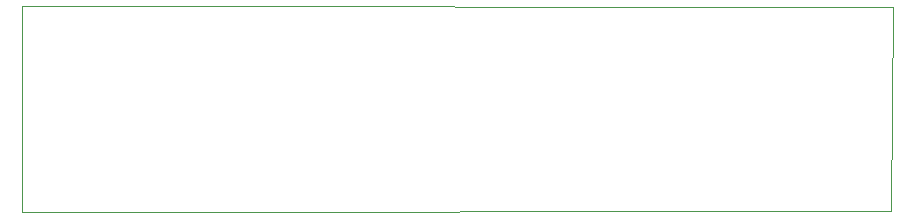
<source format=gbr>
G04 #@! TF.GenerationSoftware,KiCad,Pcbnew,(6.0.0-rc1-dev-305-gf0b8b21)*
G04 #@! TF.CreationDate,2020-01-09T18:10:56-08:00*
G04 #@! TF.ProjectId,29.4MHz Bandpass Filter Rev0.1,32392E344D487A2042616E6470617373,rev?*
G04 #@! TF.SameCoordinates,Original*
G04 #@! TF.FileFunction,Profile,NP*
%FSLAX46Y46*%
G04 Gerber Fmt 4.6, Leading zero omitted, Abs format (unit mm)*
G04 Created by KiCad (PCBNEW (6.0.0-rc1-dev-305-gf0b8b21)) date Thursday, January 09, 2020 at 06:10:56 PM*
%MOMM*%
%LPD*%
G01*
G04 APERTURE LIST*
%ADD10C,0.050000*%
G04 APERTURE END LIST*
D10*
X188696600Y-51003200D02*
X115036600Y-50901600D01*
X188595000Y-68275200D02*
X188696600Y-51003200D01*
X114985800Y-68326000D02*
X188595000Y-68275200D01*
X115011200Y-50927000D02*
X114985800Y-68326000D01*
M02*

</source>
